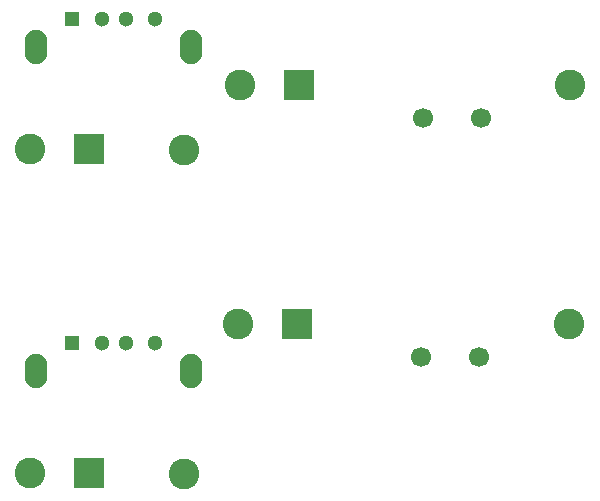
<source format=gbs>
G04 #@! TF.GenerationSoftware,KiCad,Pcbnew,5.1.9-73d0e3b20d~88~ubuntu18.04.1*
G04 #@! TF.CreationDate,2021-04-05T22:09:22-07:00*
G04 #@! TF.ProjectId,accelgyro_mpu6050_d2brv3_4x4,61636365-6c67-4797-926f-5f6d70753630,rev?*
G04 #@! TF.SameCoordinates,Original*
G04 #@! TF.FileFunction,Soldermask,Bot*
G04 #@! TF.FilePolarity,Negative*
%FSLAX46Y46*%
G04 Gerber Fmt 4.6, Leading zero omitted, Abs format (unit mm)*
G04 Created by KiCad (PCBNEW 5.1.9-73d0e3b20d~88~ubuntu18.04.1) date 2021-04-05 22:09:22*
%MOMM*%
%LPD*%
G01*
G04 APERTURE LIST*
%ADD10O,1.900000X2.900000*%
%ADD11C,1.300000*%
%ADD12R,1.300000X1.300000*%
%ADD13C,2.600000*%
%ADD14R,2.499360X2.499360*%
%ADD15C,1.700000*%
G04 APERTURE END LIST*
D10*
X150620000Y-96875000D03*
X137480000Y-96875000D03*
D11*
X147550000Y-94475000D03*
X145050000Y-94475000D03*
X143050000Y-94475000D03*
D12*
X140550000Y-94475000D03*
D13*
X150025000Y-105575000D03*
D14*
X141925000Y-105475000D03*
D13*
X136925000Y-105475000D03*
X182700000Y-100100000D03*
X154700000Y-100100000D03*
D15*
X170200000Y-102900000D03*
X175100000Y-102900000D03*
D14*
X159700000Y-100100000D03*
D13*
X154600000Y-120325000D03*
X182600000Y-120325000D03*
D14*
X159600000Y-120325000D03*
D15*
X175000000Y-123125000D03*
X170100000Y-123125000D03*
D14*
X141925000Y-132875000D03*
D13*
X150025000Y-132975000D03*
X136925000Y-132875000D03*
D12*
X140550000Y-121875000D03*
D11*
X143050000Y-121875000D03*
X145050000Y-121875000D03*
X147550000Y-121875000D03*
D10*
X137480000Y-124275000D03*
X150620000Y-124275000D03*
M02*

</source>
